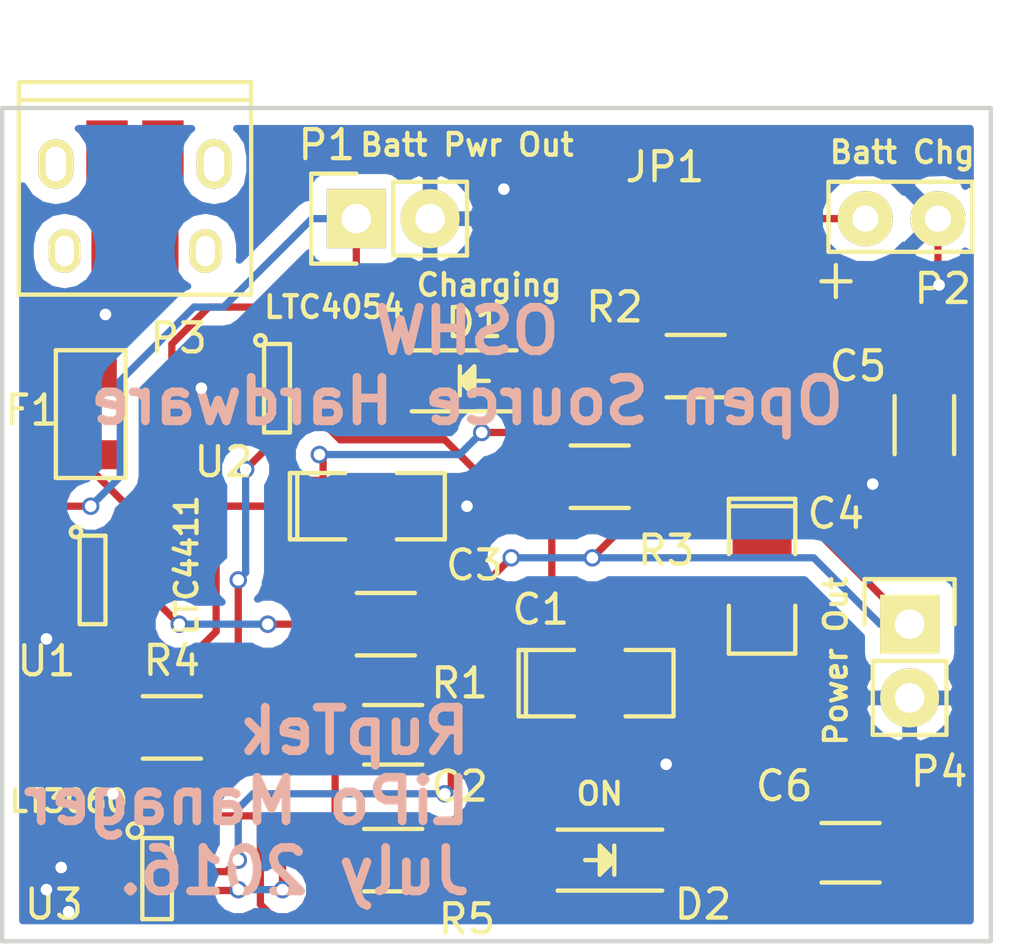
<source format=kicad_pcb>
(kicad_pcb (version 4) (host pcbnew 4.0.2-stable)

  (general
    (links 43)
    (no_connects 0)
    (area 117.692238 60.264 153.173 96.215)
    (thickness 1.6)
    (drawings 15)
    (tracks 189)
    (zones 0)
    (modules 22)
    (nets 15)
  )

  (page A4)
  (layers
    (0 F.Cu signal)
    (31 B.Cu signal)
    (32 B.Adhes user)
    (33 F.Adhes user)
    (34 B.Paste user)
    (35 F.Paste user)
    (36 B.SilkS user hide)
    (37 F.SilkS user)
    (38 B.Mask user)
    (39 F.Mask user)
    (40 Dwgs.User user)
    (41 Cmts.User user)
    (42 Eco1.User user)
    (43 Eco2.User user)
    (44 Edge.Cuts user)
    (45 Margin user)
    (46 B.CrtYd user)
    (47 F.CrtYd user hide)
    (48 B.Fab user)
    (49 F.Fab user)
  )

  (setup
    (last_trace_width 0.25)
    (trace_clearance 0.2)
    (zone_clearance 0.508)
    (zone_45_only yes)
    (trace_min 0.2)
    (segment_width 0.2)
    (edge_width 0.15)
    (via_size 0.6)
    (via_drill 0.4)
    (via_min_size 0.4)
    (via_min_drill 0.3)
    (uvia_size 0.3)
    (uvia_drill 0.1)
    (uvias_allowed no)
    (uvia_min_size 0.2)
    (uvia_min_drill 0.1)
    (pcb_text_width 0.3)
    (pcb_text_size 1.5 1.5)
    (mod_edge_width 0.15)
    (mod_text_size 1 1)
    (mod_text_width 0.15)
    (pad_size 1.524 1.524)
    (pad_drill 0.762)
    (pad_to_mask_clearance 0.2)
    (aux_axis_origin 117.856 92.964)
    (visible_elements 7FFFFFFF)
    (pcbplotparams
      (layerselection 0x010f0_80000001)
      (usegerberextensions true)
      (gerberprecision 5)
      (excludeedgelayer true)
      (linewidth 0.100000)
      (plotframeref false)
      (viasonmask false)
      (mode 1)
      (useauxorigin false)
      (hpglpennumber 1)
      (hpglpenspeed 20)
      (hpglpendiameter 15)
      (hpglpenoverlay 2)
      (psnegative false)
      (psa4output false)
      (plotreference true)
      (plotvalue true)
      (plotinvisibletext false)
      (padsonsilk false)
      (subtractmaskfromsilk true)
      (outputformat 1)
      (mirror false)
      (drillshape 0)
      (scaleselection 1)
      (outputdirectory Gerber/))
  )

  (net 0 "")
  (net 1 "Net-(C1-Pad1)")
  (net 2 GND)
  (net 3 VCC)
  (net 4 "Net-(C2-Pad2)")
  (net 5 "Net-(C3-Pad1)")
  (net 6 "Net-(C6-Pad1)")
  (net 7 "Net-(D1-Pad2)")
  (net 8 "Net-(D1-Pad1)")
  (net 9 "Net-(D2-Pad2)")
  (net 10 "Net-(F1-Pad1)")
  (net 11 "Net-(R1-Pad1)")
  (net 12 "Net-(R4-Pad2)")
  (net 13 "Net-(JP1-Pad1)")
  (net 14 "Net-(JP1-Pad2)")

  (net_class Default "This is the default net class."
    (clearance 0.2)
    (trace_width 0.25)
    (via_dia 0.6)
    (via_drill 0.4)
    (uvia_dia 0.3)
    (uvia_drill 0.1)
    (add_net GND)
    (add_net "Net-(C1-Pad1)")
    (add_net "Net-(C2-Pad2)")
    (add_net "Net-(C3-Pad1)")
    (add_net "Net-(C6-Pad1)")
    (add_net "Net-(D1-Pad1)")
    (add_net "Net-(D1-Pad2)")
    (add_net "Net-(D2-Pad2)")
    (add_net "Net-(F1-Pad1)")
    (add_net "Net-(JP1-Pad1)")
    (add_net "Net-(JP1-Pad2)")
    (add_net "Net-(R1-Pad1)")
    (add_net "Net-(R4-Pad2)")
    (add_net VCC)
  )

  (module SMD_Packages:SMD-1206_Pol (layer F.Cu) (tedit 0) (tstamp 577E42AC)
    (at 138.43 84.074)
    (path /577D5E6B)
    (attr smd)
    (fp_text reference C1 (at -2.032 -2.54) (layer F.SilkS)
      (effects (font (size 1 1) (thickness 0.15)))
    )
    (fp_text value 1uF (at 0 0) (layer F.Fab)
      (effects (font (size 1 1) (thickness 0.15)))
    )
    (fp_line (start -2.54 -1.143) (end -2.794 -1.143) (layer F.SilkS) (width 0.15))
    (fp_line (start -2.794 -1.143) (end -2.794 1.143) (layer F.SilkS) (width 0.15))
    (fp_line (start -2.794 1.143) (end -2.54 1.143) (layer F.SilkS) (width 0.15))
    (fp_line (start -2.54 -1.143) (end -2.54 1.143) (layer F.SilkS) (width 0.15))
    (fp_line (start -2.54 1.143) (end -0.889 1.143) (layer F.SilkS) (width 0.15))
    (fp_line (start 0.889 -1.143) (end 2.54 -1.143) (layer F.SilkS) (width 0.15))
    (fp_line (start 2.54 -1.143) (end 2.54 1.143) (layer F.SilkS) (width 0.15))
    (fp_line (start 2.54 1.143) (end 0.889 1.143) (layer F.SilkS) (width 0.15))
    (fp_line (start -0.889 -1.143) (end -2.54 -1.143) (layer F.SilkS) (width 0.15))
    (pad 1 smd rect (at -1.651 0) (size 1.524 2.032) (layers F.Cu F.Paste F.Mask)
      (net 1 "Net-(C1-Pad1)"))
    (pad 2 smd rect (at 1.651 0) (size 1.524 2.032) (layers F.Cu F.Paste F.Mask)
      (net 2 GND))
    (model SMD_Packages.3dshapes/SMD-1206_Pol.wrl
      (at (xyz 0 0 0))
      (scale (xyz 0.17 0.16 0.16))
      (rotate (xyz 0 0 0))
    )
  )

  (module Capacitors_SMD:C_1206_HandSoldering (layer F.Cu) (tedit 541A9C03) (tstamp 577E42B2)
    (at 131.318 85.852)
    (descr "Capacitor SMD 1206, hand soldering")
    (tags "capacitor 1206")
    (path /577D5FB2)
    (attr smd)
    (fp_text reference C2 (at 2.286 1.778) (layer F.SilkS)
      (effects (font (size 1 1) (thickness 0.15)))
    )
    (fp_text value 10nF (at 0 2.3) (layer F.Fab)
      (effects (font (size 1 1) (thickness 0.15)))
    )
    (fp_line (start -3.3 -1.15) (end 3.3 -1.15) (layer F.CrtYd) (width 0.05))
    (fp_line (start -3.3 1.15) (end 3.3 1.15) (layer F.CrtYd) (width 0.05))
    (fp_line (start -3.3 -1.15) (end -3.3 1.15) (layer F.CrtYd) (width 0.05))
    (fp_line (start 3.3 -1.15) (end 3.3 1.15) (layer F.CrtYd) (width 0.05))
    (fp_line (start 1 -1.025) (end -1 -1.025) (layer F.SilkS) (width 0.15))
    (fp_line (start -1 1.025) (end 1 1.025) (layer F.SilkS) (width 0.15))
    (pad 1 smd rect (at -2 0) (size 2 1.6) (layers F.Cu F.Paste F.Mask)
      (net 3 VCC))
    (pad 2 smd rect (at 2 0) (size 2 1.6) (layers F.Cu F.Paste F.Mask)
      (net 4 "Net-(C2-Pad2)"))
    (model Capacitors_SMD.3dshapes/C_1206_HandSoldering.wrl
      (at (xyz 0 0 0))
      (scale (xyz 1 1 1))
      (rotate (xyz 0 0 0))
    )
  )

  (module SMD_Packages:SMD-1206_Pol (layer F.Cu) (tedit 0) (tstamp 577E42B8)
    (at 130.556 77.978)
    (path /577D5C72)
    (attr smd)
    (fp_text reference C3 (at 3.556 2.032) (layer F.SilkS)
      (effects (font (size 1 1) (thickness 0.15)))
    )
    (fp_text value 4.7uF (at 0 0) (layer F.Fab)
      (effects (font (size 1 1) (thickness 0.15)))
    )
    (fp_line (start -2.54 -1.143) (end -2.794 -1.143) (layer F.SilkS) (width 0.15))
    (fp_line (start -2.794 -1.143) (end -2.794 1.143) (layer F.SilkS) (width 0.15))
    (fp_line (start -2.794 1.143) (end -2.54 1.143) (layer F.SilkS) (width 0.15))
    (fp_line (start -2.54 -1.143) (end -2.54 1.143) (layer F.SilkS) (width 0.15))
    (fp_line (start -2.54 1.143) (end -0.889 1.143) (layer F.SilkS) (width 0.15))
    (fp_line (start 0.889 -1.143) (end 2.54 -1.143) (layer F.SilkS) (width 0.15))
    (fp_line (start 2.54 -1.143) (end 2.54 1.143) (layer F.SilkS) (width 0.15))
    (fp_line (start 2.54 1.143) (end 0.889 1.143) (layer F.SilkS) (width 0.15))
    (fp_line (start -0.889 -1.143) (end -2.54 -1.143) (layer F.SilkS) (width 0.15))
    (pad 1 smd rect (at -1.651 0) (size 1.524 2.032) (layers F.Cu F.Paste F.Mask)
      (net 5 "Net-(C3-Pad1)"))
    (pad 2 smd rect (at 1.651 0) (size 1.524 2.032) (layers F.Cu F.Paste F.Mask)
      (net 2 GND))
    (model SMD_Packages.3dshapes/SMD-1206_Pol.wrl
      (at (xyz 0 0 0))
      (scale (xyz 0.17 0.16 0.16))
      (rotate (xyz 0 0 0))
    )
  )

  (module SMD_Packages:SMD-1206_Pol (layer F.Cu) (tedit 0) (tstamp 577E42BE)
    (at 144.018 80.518 270)
    (path /577D5EAC)
    (attr smd)
    (fp_text reference C4 (at -2.286 -2.54 360) (layer F.SilkS)
      (effects (font (size 1 1) (thickness 0.15)))
    )
    (fp_text value 10uF (at 0 0 270) (layer F.Fab)
      (effects (font (size 1 1) (thickness 0.15)))
    )
    (fp_line (start -2.54 -1.143) (end -2.794 -1.143) (layer F.SilkS) (width 0.15))
    (fp_line (start -2.794 -1.143) (end -2.794 1.143) (layer F.SilkS) (width 0.15))
    (fp_line (start -2.794 1.143) (end -2.54 1.143) (layer F.SilkS) (width 0.15))
    (fp_line (start -2.54 -1.143) (end -2.54 1.143) (layer F.SilkS) (width 0.15))
    (fp_line (start -2.54 1.143) (end -0.889 1.143) (layer F.SilkS) (width 0.15))
    (fp_line (start 0.889 -1.143) (end 2.54 -1.143) (layer F.SilkS) (width 0.15))
    (fp_line (start 2.54 -1.143) (end 2.54 1.143) (layer F.SilkS) (width 0.15))
    (fp_line (start 2.54 1.143) (end 0.889 1.143) (layer F.SilkS) (width 0.15))
    (fp_line (start -0.889 -1.143) (end -2.54 -1.143) (layer F.SilkS) (width 0.15))
    (pad 1 smd rect (at -1.651 0 270) (size 1.524 2.032) (layers F.Cu F.Paste F.Mask)
      (net 3 VCC))
    (pad 2 smd rect (at 1.651 0 270) (size 1.524 2.032) (layers F.Cu F.Paste F.Mask)
      (net 2 GND))
    (model SMD_Packages.3dshapes/SMD-1206_Pol.wrl
      (at (xyz 0 0 0))
      (scale (xyz 0.17 0.16 0.16))
      (rotate (xyz 0 0 0))
    )
  )

  (module Capacitors_SMD:C_1206_HandSoldering (layer F.Cu) (tedit 541A9C03) (tstamp 577E42C4)
    (at 149.606 75.184 270)
    (descr "Capacitor SMD 1206, hand soldering")
    (tags "capacitor 1206")
    (path /577D6049)
    (attr smd)
    (fp_text reference C5 (at -2.032 2.286 360) (layer F.SilkS)
      (effects (font (size 1 1) (thickness 0.15)))
    )
    (fp_text value 100nF (at 0 2.3 270) (layer F.Fab)
      (effects (font (size 1 1) (thickness 0.15)))
    )
    (fp_line (start -3.3 -1.15) (end 3.3 -1.15) (layer F.CrtYd) (width 0.05))
    (fp_line (start -3.3 1.15) (end 3.3 1.15) (layer F.CrtYd) (width 0.05))
    (fp_line (start -3.3 -1.15) (end -3.3 1.15) (layer F.CrtYd) (width 0.05))
    (fp_line (start 3.3 -1.15) (end 3.3 1.15) (layer F.CrtYd) (width 0.05))
    (fp_line (start 1 -1.025) (end -1 -1.025) (layer F.SilkS) (width 0.15))
    (fp_line (start -1 1.025) (end 1 1.025) (layer F.SilkS) (width 0.15))
    (pad 1 smd rect (at -2 0 270) (size 2 1.6) (layers F.Cu F.Paste F.Mask)
      (net 3 VCC))
    (pad 2 smd rect (at 2 0 270) (size 2 1.6) (layers F.Cu F.Paste F.Mask)
      (net 2 GND))
    (model Capacitors_SMD.3dshapes/C_1206_HandSoldering.wrl
      (at (xyz 0 0 0))
      (scale (xyz 1 1 1))
      (rotate (xyz 0 0 0))
    )
  )

  (module Capacitors_SMD:C_1206_HandSoldering (layer F.Cu) (tedit 541A9C03) (tstamp 577E42CA)
    (at 147.066 89.916)
    (descr "Capacitor SMD 1206, hand soldering")
    (tags "capacitor 1206")
    (path /577D6A36)
    (attr smd)
    (fp_text reference C6 (at -2.286 -2.3) (layer F.SilkS)
      (effects (font (size 1 1) (thickness 0.15)))
    )
    (fp_text value 10nF (at 0 2.3) (layer F.Fab)
      (effects (font (size 1 1) (thickness 0.15)))
    )
    (fp_line (start -3.3 -1.15) (end 3.3 -1.15) (layer F.CrtYd) (width 0.05))
    (fp_line (start -3.3 1.15) (end 3.3 1.15) (layer F.CrtYd) (width 0.05))
    (fp_line (start -3.3 -1.15) (end -3.3 1.15) (layer F.CrtYd) (width 0.05))
    (fp_line (start 3.3 -1.15) (end 3.3 1.15) (layer F.CrtYd) (width 0.05))
    (fp_line (start 1 -1.025) (end -1 -1.025) (layer F.SilkS) (width 0.15))
    (fp_line (start -1 1.025) (end 1 1.025) (layer F.SilkS) (width 0.15))
    (pad 1 smd rect (at -2 0) (size 2 1.6) (layers F.Cu F.Paste F.Mask)
      (net 6 "Net-(C6-Pad1)"))
    (pad 2 smd rect (at 2 0) (size 2 1.6) (layers F.Cu F.Paste F.Mask)
      (net 2 GND))
    (model Capacitors_SMD.3dshapes/C_1206_HandSoldering.wrl
      (at (xyz 0 0 0))
      (scale (xyz 1 1 1))
      (rotate (xyz 0 0 0))
    )
  )

  (module LEDs:LED_1206 (layer F.Cu) (tedit 55BDE2E8) (tstamp 577E42D0)
    (at 134.112 73.66)
    (descr "LED 1206 smd package")
    (tags "LED1206 SMD")
    (path /577D83EA)
    (attr smd)
    (fp_text reference D1 (at 0 -2) (layer F.SilkS)
      (effects (font (size 1 1) (thickness 0.15)))
    )
    (fp_text value LED (at 0 2) (layer F.Fab)
      (effects (font (size 1 1) (thickness 0.15)))
    )
    (fp_line (start -2.15 1.05) (end 1.45 1.05) (layer F.SilkS) (width 0.15))
    (fp_line (start -2.15 -1.05) (end 1.45 -1.05) (layer F.SilkS) (width 0.15))
    (fp_line (start -0.1 -0.3) (end -0.1 0.3) (layer F.SilkS) (width 0.15))
    (fp_line (start -0.1 0.3) (end -0.4 0) (layer F.SilkS) (width 0.15))
    (fp_line (start -0.4 0) (end -0.2 -0.2) (layer F.SilkS) (width 0.15))
    (fp_line (start -0.2 -0.2) (end -0.2 0.05) (layer F.SilkS) (width 0.15))
    (fp_line (start -0.2 0.05) (end -0.25 0) (layer F.SilkS) (width 0.15))
    (fp_line (start -0.5 -0.5) (end -0.5 0.5) (layer F.SilkS) (width 0.15))
    (fp_line (start 0 0) (end 0.5 0) (layer F.SilkS) (width 0.15))
    (fp_line (start -0.5 0) (end 0 -0.5) (layer F.SilkS) (width 0.15))
    (fp_line (start 0 -0.5) (end 0 0.5) (layer F.SilkS) (width 0.15))
    (fp_line (start 0 0.5) (end -0.5 0) (layer F.SilkS) (width 0.15))
    (fp_line (start 2.5 -1.25) (end -2.5 -1.25) (layer F.CrtYd) (width 0.05))
    (fp_line (start -2.5 -1.25) (end -2.5 1.25) (layer F.CrtYd) (width 0.05))
    (fp_line (start -2.5 1.25) (end 2.5 1.25) (layer F.CrtYd) (width 0.05))
    (fp_line (start 2.5 1.25) (end 2.5 -1.25) (layer F.CrtYd) (width 0.05))
    (pad 2 smd rect (at 1.41986 0 180) (size 1.59766 1.80086) (layers F.Cu F.Paste F.Mask)
      (net 7 "Net-(D1-Pad2)"))
    (pad 1 smd rect (at -1.41986 0 180) (size 1.59766 1.80086) (layers F.Cu F.Paste F.Mask)
      (net 8 "Net-(D1-Pad1)"))
    (model LEDs.3dshapes/LED_1206.wrl
      (at (xyz 0 0 0))
      (scale (xyz 1 1 1))
      (rotate (xyz 0 0 180))
    )
  )

  (module LEDs:LED_1206 (layer F.Cu) (tedit 55BDE2E8) (tstamp 577E42D6)
    (at 138.43 90.17 180)
    (descr "LED 1206 smd package")
    (tags "LED1206 SMD")
    (path /577D9B3B)
    (attr smd)
    (fp_text reference D2 (at -3.556 -1.524 180) (layer F.SilkS)
      (effects (font (size 1 1) (thickness 0.15)))
    )
    (fp_text value LED (at 0 2 180) (layer F.Fab)
      (effects (font (size 1 1) (thickness 0.15)))
    )
    (fp_line (start -2.15 1.05) (end 1.45 1.05) (layer F.SilkS) (width 0.15))
    (fp_line (start -2.15 -1.05) (end 1.45 -1.05) (layer F.SilkS) (width 0.15))
    (fp_line (start -0.1 -0.3) (end -0.1 0.3) (layer F.SilkS) (width 0.15))
    (fp_line (start -0.1 0.3) (end -0.4 0) (layer F.SilkS) (width 0.15))
    (fp_line (start -0.4 0) (end -0.2 -0.2) (layer F.SilkS) (width 0.15))
    (fp_line (start -0.2 -0.2) (end -0.2 0.05) (layer F.SilkS) (width 0.15))
    (fp_line (start -0.2 0.05) (end -0.25 0) (layer F.SilkS) (width 0.15))
    (fp_line (start -0.5 -0.5) (end -0.5 0.5) (layer F.SilkS) (width 0.15))
    (fp_line (start 0 0) (end 0.5 0) (layer F.SilkS) (width 0.15))
    (fp_line (start -0.5 0) (end 0 -0.5) (layer F.SilkS) (width 0.15))
    (fp_line (start 0 -0.5) (end 0 0.5) (layer F.SilkS) (width 0.15))
    (fp_line (start 0 0.5) (end -0.5 0) (layer F.SilkS) (width 0.15))
    (fp_line (start 2.5 -1.25) (end -2.5 -1.25) (layer F.CrtYd) (width 0.05))
    (fp_line (start -2.5 -1.25) (end -2.5 1.25) (layer F.CrtYd) (width 0.05))
    (fp_line (start -2.5 1.25) (end 2.5 1.25) (layer F.CrtYd) (width 0.05))
    (fp_line (start 2.5 1.25) (end 2.5 -1.25) (layer F.CrtYd) (width 0.05))
    (pad 2 smd rect (at 1.41986 0) (size 1.59766 1.80086) (layers F.Cu F.Paste F.Mask)
      (net 9 "Net-(D2-Pad2)"))
    (pad 1 smd rect (at -1.41986 0) (size 1.59766 1.80086) (layers F.Cu F.Paste F.Mask)
      (net 2 GND))
    (model LEDs.3dshapes/LED_1206.wrl
      (at (xyz 0 0 0))
      (scale (xyz 1 1 1))
      (rotate (xyz 0 0 180))
    )
  )

  (module NR_Footprints:Polyfuse_Littelfuse_1206L025 (layer F.Cu) (tedit 577E419C) (tstamp 577E42E0)
    (at 120.904 73.406 270)
    (path /577D5626)
    (fp_text reference F1 (at 1.27 2.032 360) (layer F.SilkS)
      (effects (font (size 1 1) (thickness 0.15)))
    )
    (fp_text value 1206L025 (at 1.8 -2 270) (layer F.Fab) hide
      (effects (font (size 1 1) (thickness 0.15)))
    )
    (fp_line (start -0.8 -1.2) (end 3.6 -1.2) (layer F.SilkS) (width 0.15))
    (fp_line (start 3.6 -1.2) (end 3.6 1.2) (layer F.SilkS) (width 0.15))
    (fp_line (start 3.6 1.2) (end -0.8 1.2) (layer F.SilkS) (width 0.15))
    (fp_line (start -0.8 1.2) (end -0.8 -1.2) (layer F.SilkS) (width 0.15))
    (pad 1 smd rect (at 0 0 270) (size 1 1.8) (layers F.Cu F.Paste F.Mask)
      (net 10 "Net-(F1-Pad1)"))
    (pad 2 smd rect (at 2.8 0 270) (size 1 1.8) (layers F.Cu F.Paste F.Mask)
      (net 5 "Net-(C3-Pad1)"))
  )

  (module Socket_Strips:Socket_Strip_Straight_1x02 (layer F.Cu) (tedit 54E9F75E) (tstamp 577E42E6)
    (at 130.048 68.072)
    (descr "Through hole socket strip")
    (tags "socket strip")
    (path /577D5701)
    (fp_text reference P1 (at -1.016 -2.54) (layer F.SilkS)
      (effects (font (size 1 1) (thickness 0.15)))
    )
    (fp_text value "Batt Pwr" (at 0 -3.1) (layer F.Fab)
      (effects (font (size 1 1) (thickness 0.15)))
    )
    (fp_line (start -1.55 1.55) (end 0 1.55) (layer F.SilkS) (width 0.15))
    (fp_line (start 3.81 1.27) (end 1.27 1.27) (layer F.SilkS) (width 0.15))
    (fp_line (start -1.75 -1.75) (end -1.75 1.75) (layer F.CrtYd) (width 0.05))
    (fp_line (start 4.3 -1.75) (end 4.3 1.75) (layer F.CrtYd) (width 0.05))
    (fp_line (start -1.75 -1.75) (end 4.3 -1.75) (layer F.CrtYd) (width 0.05))
    (fp_line (start -1.75 1.75) (end 4.3 1.75) (layer F.CrtYd) (width 0.05))
    (fp_line (start 1.27 1.27) (end 1.27 -1.27) (layer F.SilkS) (width 0.15))
    (fp_line (start 0 -1.55) (end -1.55 -1.55) (layer F.SilkS) (width 0.15))
    (fp_line (start -1.55 -1.55) (end -1.55 1.55) (layer F.SilkS) (width 0.15))
    (fp_line (start 1.27 -1.27) (end 3.81 -1.27) (layer F.SilkS) (width 0.15))
    (fp_line (start 3.81 -1.27) (end 3.81 1.27) (layer F.SilkS) (width 0.15))
    (pad 1 thru_hole rect (at 0 0) (size 2.032 2.032) (drill 1.016) (layers *.Cu *.Mask F.SilkS)
      (net 13 "Net-(JP1-Pad1)"))
    (pad 2 thru_hole oval (at 2.54 0) (size 2.032 2.032) (drill 1.016) (layers *.Cu *.Mask F.SilkS)
      (net 2 GND))
    (model Socket_Strips.3dshapes/Socket_Strip_Straight_1x02.wrl
      (at (xyz 0.05 0 0))
      (scale (xyz 1 1 1))
      (rotate (xyz 0 0 180))
    )
  )

  (module Resistors_SMD:R_1206_HandSoldering (layer F.Cu) (tedit 5418A20D) (tstamp 577E4301)
    (at 131.064 82.042)
    (descr "Resistor SMD 1206, hand soldering")
    (tags "resistor 1206")
    (path /577D7FFC)
    (attr smd)
    (fp_text reference R1 (at 2.54 2.032) (layer F.SilkS)
      (effects (font (size 1 1) (thickness 0.15)))
    )
    (fp_text value 470K (at 0 2.3) (layer F.Fab)
      (effects (font (size 1 1) (thickness 0.15)))
    )
    (fp_line (start -3.3 -1.2) (end 3.3 -1.2) (layer F.CrtYd) (width 0.05))
    (fp_line (start -3.3 1.2) (end 3.3 1.2) (layer F.CrtYd) (width 0.05))
    (fp_line (start -3.3 -1.2) (end -3.3 1.2) (layer F.CrtYd) (width 0.05))
    (fp_line (start 3.3 -1.2) (end 3.3 1.2) (layer F.CrtYd) (width 0.05))
    (fp_line (start 1 1.075) (end -1 1.075) (layer F.SilkS) (width 0.15))
    (fp_line (start -1 -1.075) (end 1 -1.075) (layer F.SilkS) (width 0.15))
    (pad 1 smd rect (at -2 0) (size 2 1.7) (layers F.Cu F.Paste F.Mask)
      (net 11 "Net-(R1-Pad1)"))
    (pad 2 smd rect (at 2 0) (size 2 1.7) (layers F.Cu F.Paste F.Mask)
      (net 3 VCC))
    (model Resistors_SMD.3dshapes/R_1206_HandSoldering.wrl
      (at (xyz 0 0 0))
      (scale (xyz 1 1 1))
      (rotate (xyz 0 0 0))
    )
  )

  (module Resistors_SMD:R_1206_HandSoldering (layer F.Cu) (tedit 5418A20D) (tstamp 577E4307)
    (at 141.732 73.152)
    (descr "Resistor SMD 1206, hand soldering")
    (tags "resistor 1206")
    (path /577D832C)
    (attr smd)
    (fp_text reference R2 (at -2.794 -2.032) (layer F.SilkS)
      (effects (font (size 1 1) (thickness 0.15)))
    )
    (fp_text value 3K3 (at 0 2.3) (layer F.Fab)
      (effects (font (size 1 1) (thickness 0.15)))
    )
    (fp_line (start -3.3 -1.2) (end 3.3 -1.2) (layer F.CrtYd) (width 0.05))
    (fp_line (start -3.3 1.2) (end 3.3 1.2) (layer F.CrtYd) (width 0.05))
    (fp_line (start -3.3 -1.2) (end -3.3 1.2) (layer F.CrtYd) (width 0.05))
    (fp_line (start 3.3 -1.2) (end 3.3 1.2) (layer F.CrtYd) (width 0.05))
    (fp_line (start 1 1.075) (end -1 1.075) (layer F.SilkS) (width 0.15))
    (fp_line (start -1 -1.075) (end 1 -1.075) (layer F.SilkS) (width 0.15))
    (pad 1 smd rect (at -2 0) (size 2 1.7) (layers F.Cu F.Paste F.Mask)
      (net 7 "Net-(D1-Pad2)"))
    (pad 2 smd rect (at 2 0) (size 2 1.7) (layers F.Cu F.Paste F.Mask)
      (net 3 VCC))
    (model Resistors_SMD.3dshapes/R_1206_HandSoldering.wrl
      (at (xyz 0 0 0))
      (scale (xyz 1 1 1))
      (rotate (xyz 0 0 0))
    )
  )

  (module Resistors_SMD:R_1206_HandSoldering (layer F.Cu) (tedit 5418A20D) (tstamp 577E430D)
    (at 138.43 76.962)
    (descr "Resistor SMD 1206, hand soldering")
    (tags "resistor 1206")
    (path /577D6691)
    (attr smd)
    (fp_text reference R3 (at 2.286 2.54) (layer F.SilkS)
      (effects (font (size 1 1) (thickness 0.15)))
    )
    (fp_text value 0.25R (at 0 2.3) (layer F.Fab)
      (effects (font (size 1 1) (thickness 0.15)))
    )
    (fp_line (start -3.3 -1.2) (end 3.3 -1.2) (layer F.CrtYd) (width 0.05))
    (fp_line (start -3.3 1.2) (end 3.3 1.2) (layer F.CrtYd) (width 0.05))
    (fp_line (start -3.3 -1.2) (end -3.3 1.2) (layer F.CrtYd) (width 0.05))
    (fp_line (start 3.3 -1.2) (end 3.3 1.2) (layer F.CrtYd) (width 0.05))
    (fp_line (start 1 1.075) (end -1 1.075) (layer F.SilkS) (width 0.15))
    (fp_line (start -1 -1.075) (end 1 -1.075) (layer F.SilkS) (width 0.15))
    (pad 1 smd rect (at -2 0) (size 2 1.7) (layers F.Cu F.Paste F.Mask)
      (net 1 "Net-(C1-Pad1)"))
    (pad 2 smd rect (at 2 0) (size 2 1.7) (layers F.Cu F.Paste F.Mask)
      (net 5 "Net-(C3-Pad1)"))
    (model Resistors_SMD.3dshapes/R_1206_HandSoldering.wrl
      (at (xyz 0 0 0))
      (scale (xyz 1 1 1))
      (rotate (xyz 0 0 0))
    )
  )

  (module Resistors_SMD:R_1206_HandSoldering (layer F.Cu) (tedit 5418A20D) (tstamp 577E4313)
    (at 123.698 85.598)
    (descr "Resistor SMD 1206, hand soldering")
    (tags "resistor 1206")
    (path /577D91DA)
    (attr smd)
    (fp_text reference R4 (at 0 -2.3) (layer F.SilkS)
      (effects (font (size 1 1) (thickness 0.15)))
    )
    (fp_text value 10K (at 0 2.3) (layer F.Fab)
      (effects (font (size 1 1) (thickness 0.15)))
    )
    (fp_line (start -3.3 -1.2) (end 3.3 -1.2) (layer F.CrtYd) (width 0.05))
    (fp_line (start -3.3 1.2) (end 3.3 1.2) (layer F.CrtYd) (width 0.05))
    (fp_line (start -3.3 -1.2) (end -3.3 1.2) (layer F.CrtYd) (width 0.05))
    (fp_line (start 3.3 -1.2) (end 3.3 1.2) (layer F.CrtYd) (width 0.05))
    (fp_line (start 1 1.075) (end -1 1.075) (layer F.SilkS) (width 0.15))
    (fp_line (start -1 -1.075) (end 1 -1.075) (layer F.SilkS) (width 0.15))
    (pad 1 smd rect (at -2 0) (size 2 1.7) (layers F.Cu F.Paste F.Mask)
      (net 2 GND))
    (pad 2 smd rect (at 2 0) (size 2 1.7) (layers F.Cu F.Paste F.Mask)
      (net 12 "Net-(R4-Pad2)"))
    (model Resistors_SMD.3dshapes/R_1206_HandSoldering.wrl
      (at (xyz 0 0 0))
      (scale (xyz 1 1 1))
      (rotate (xyz 0 0 0))
    )
  )

  (module Resistors_SMD:R_1206_HandSoldering (layer F.Cu) (tedit 5418A20D) (tstamp 577E4319)
    (at 131.318 90.17 180)
    (descr "Resistor SMD 1206, hand soldering")
    (tags "resistor 1206")
    (path /577D9A94)
    (attr smd)
    (fp_text reference R5 (at -2.54 -2.032 180) (layer F.SilkS)
      (effects (font (size 1 1) (thickness 0.15)))
    )
    (fp_text value 3K3 (at 0 2.3 180) (layer F.Fab)
      (effects (font (size 1 1) (thickness 0.15)))
    )
    (fp_line (start -3.3 -1.2) (end 3.3 -1.2) (layer F.CrtYd) (width 0.05))
    (fp_line (start -3.3 1.2) (end 3.3 1.2) (layer F.CrtYd) (width 0.05))
    (fp_line (start -3.3 -1.2) (end -3.3 1.2) (layer F.CrtYd) (width 0.05))
    (fp_line (start 3.3 -1.2) (end 3.3 1.2) (layer F.CrtYd) (width 0.05))
    (fp_line (start 1 1.075) (end -1 1.075) (layer F.SilkS) (width 0.15))
    (fp_line (start -1 -1.075) (end 1 -1.075) (layer F.SilkS) (width 0.15))
    (pad 1 smd rect (at -2 0 180) (size 2 1.7) (layers F.Cu F.Paste F.Mask)
      (net 9 "Net-(D2-Pad2)"))
    (pad 2 smd rect (at 2 0 180) (size 2 1.7) (layers F.Cu F.Paste F.Mask)
      (net 3 VCC))
    (model Resistors_SMD.3dshapes/R_1206_HandSoldering.wrl
      (at (xyz 0 0 0))
      (scale (xyz 1 1 1))
      (rotate (xyz 0 0 0))
    )
  )

  (module NR_Footprints:SOT23_5pins_LTC (layer F.Cu) (tedit 577E22BA) (tstamp 577E4327)
    (at 119.634 79.502 270)
    (path /577DE896)
    (fp_text reference U1 (at 3.81 0.254 360) (layer F.SilkS)
      (effects (font (size 1 1) (thickness 0.15)))
    )
    (fp_text value LTC4411 (at 0.889 -4.445 270) (layer F.Fab) hide
      (effects (font (size 1 1) (thickness 0.15)))
    )
    (fp_line (start -0.508 -1.778) (end -0.508 -0.889) (layer F.SilkS) (width 0.15))
    (fp_line (start 2.54 -1.778) (end 2.54 -0.889) (layer F.SilkS) (width 0.15))
    (fp_circle (center -0.635 -0.762) (end -0.508 -0.635) (layer F.SilkS) (width 0.15))
    (fp_line (start -0.508 -1.778) (end 2.54 -1.778) (layer F.SilkS) (width 0.15))
    (fp_line (start 2.54 -0.889) (end -0.508 -0.889) (layer F.SilkS) (width 0.15))
    (pad 1 smd rect (at 0 0 270) (size 0.62 1.22) (layers F.Cu F.Paste F.Mask)
      (net 13 "Net-(JP1-Pad1)"))
    (pad 2 smd rect (at 0.95 0 270) (size 0.62 1.22) (layers F.Cu F.Paste F.Mask)
      (net 2 GND))
    (pad 3 smd rect (at 1.9 0 270) (size 0.62 1.22) (layers F.Cu F.Paste F.Mask)
      (net 2 GND))
    (pad 4 smd rect (at 1.9 -2.62 270) (size 0.62 1.22) (layers F.Cu F.Paste F.Mask)
      (net 11 "Net-(R1-Pad1)"))
    (pad 5 smd rect (at 0 -2.62 270) (size 0.62 1.22) (layers F.Cu F.Paste F.Mask)
      (net 5 "Net-(C3-Pad1)"))
  )

  (module NR_Footprints:SOT23_5pins_LTC (layer F.Cu) (tedit 577E22BA) (tstamp 577E4335)
    (at 125.984 72.898 270)
    (path /577DED71)
    (fp_text reference U2 (at 3.556 0.508 360) (layer F.SilkS)
      (effects (font (size 1 1) (thickness 0.15)))
    )
    (fp_text value LTC4054-4.2 (at 0.889 -4.445 270) (layer F.Fab) hide
      (effects (font (size 1 1) (thickness 0.15)))
    )
    (fp_line (start -0.508 -1.778) (end -0.508 -0.889) (layer F.SilkS) (width 0.15))
    (fp_line (start 2.54 -1.778) (end 2.54 -0.889) (layer F.SilkS) (width 0.15))
    (fp_circle (center -0.635 -0.762) (end -0.508 -0.635) (layer F.SilkS) (width 0.15))
    (fp_line (start -0.508 -1.778) (end 2.54 -1.778) (layer F.SilkS) (width 0.15))
    (fp_line (start 2.54 -0.889) (end -0.508 -0.889) (layer F.SilkS) (width 0.15))
    (pad 1 smd rect (at 0 0 270) (size 0.62 1.22) (layers F.Cu F.Paste F.Mask)
      (net 8 "Net-(D1-Pad1)"))
    (pad 2 smd rect (at 0.95 0 270) (size 0.62 1.22) (layers F.Cu F.Paste F.Mask)
      (net 2 GND))
    (pad 3 smd rect (at 1.9 0 270) (size 0.62 1.22) (layers F.Cu F.Paste F.Mask)
      (net 14 "Net-(JP1-Pad2)"))
    (pad 4 smd rect (at 1.9 -2.62 270) (size 0.62 1.22) (layers F.Cu F.Paste F.Mask)
      (net 1 "Net-(C1-Pad1)"))
    (pad 5 smd rect (at 0 -2.62 270) (size 0.62 1.22) (layers F.Cu F.Paste F.Mask)
      (net 12 "Net-(R4-Pad2)"))
  )

  (module NR_Footprints:TSOT-23_8_pins_LT (layer F.Cu) (tedit 577E3EF7) (tstamp 577E4346)
    (at 121.92 89.916 270)
    (path /577D4F58)
    (fp_text reference U3 (at 1.778 2.286 360) (layer F.SilkS)
      (effects (font (size 1 1) (thickness 0.15)))
    )
    (fp_text value LT3060-3.3 (at 1.524 -4.318 270) (layer F.Fab) hide
      (effects (font (size 1 1) (thickness 0.15)))
    )
    (fp_circle (center -0.762 -0.508) (end -0.762 -0.762) (layer F.SilkS) (width 0.15))
    (fp_line (start -0.508 -1.778) (end 2.286 -1.778) (layer F.SilkS) (width 0.15))
    (fp_line (start 2.286 -1.778) (end 2.286 -0.762) (layer F.SilkS) (width 0.15))
    (fp_line (start 2.286 -0.762) (end -0.508 -0.762) (layer F.SilkS) (width 0.15))
    (fp_line (start -0.508 -0.762) (end -0.508 -1.778) (layer F.SilkS) (width 0.15))
    (pad 1 smd rect (at 0 0 270) (size 0.4 1.22) (layers F.Cu F.Paste F.Mask)
      (net 5 "Net-(C3-Pad1)"))
    (pad 2 smd rect (at 0.65 0 270) (size 0.4 1.22) (layers F.Cu F.Paste F.Mask)
      (net 2 GND))
    (pad 3 smd rect (at 1.3 0 270) (size 0.4 1.22) (layers F.Cu F.Paste F.Mask)
      (net 2 GND))
    (pad 4 smd rect (at 1.95 0 270) (size 0.4 1.22) (layers F.Cu F.Paste F.Mask)
      (net 2 GND))
    (pad 5 smd rect (at 1.95 -2.62 270) (size 0.4 1.22) (layers F.Cu F.Paste F.Mask)
      (net 5 "Net-(C3-Pad1)"))
    (pad 6 smd rect (at 1.3 -2.62 270) (size 0.4 1.22) (layers F.Cu F.Paste F.Mask)
      (net 3 VCC))
    (pad 7 smd rect (at 0.65 -2.62 270) (size 0.4 1.22) (layers F.Cu F.Paste F.Mask)
      (net 4 "Net-(C2-Pad2)"))
    (pad 8 smd rect (at 0 -2.62 270) (size 0.4 1.22) (layers F.Cu F.Paste F.Mask)
      (net 6 "Net-(C6-Pad1)"))
  )

  (module Oddities:NetTie-I_SMD (layer F.Cu) (tedit 0) (tstamp 577E6F61)
    (at 140.716 68.072)
    (descr "Just a \"Net tie\" as an more or less elegant way to connect two different nets without disturbing ERC and DRC. Make connection between 1 and 2 by yourself.")
    (tags "Just a \"Net tie\" as an more or less elegant way to connect two different nets without disturbing ERC and DRC. Make connection between 1 and 2 by yourself.")
    (path /577E629C)
    (fp_text reference JP1 (at -0.04064 -1.778) (layer F.SilkS)
      (effects (font (size 1 1) (thickness 0.15)))
    )
    (fp_text value Jumper_NO_Small (at 0 -3.048) (layer F.Fab)
      (effects (font (size 1 1) (thickness 0.15)))
    )
    (pad 1 smd rect (at -2.54 0) (size 1.99898 1.99898) (layers F.Cu F.Paste F.Mask)
      (net 13 "Net-(JP1-Pad1)"))
    (pad 2 smd rect (at 2.54 0) (size 1.99898 1.99898) (layers F.Cu F.Paste F.Mask)
      (net 14 "Net-(JP1-Pad2)"))
  )

  (module NR_Footprints:JST_2pin_Male_LiPo (layer F.Cu) (tedit 577E6CB3) (tstamp 577E6F62)
    (at 147.574 68.072)
    (path /577E60F2)
    (fp_text reference P2 (at 2.667 2.413) (layer F.SilkS)
      (effects (font (size 1 1) (thickness 0.15)))
    )
    (fp_text value "Batt Chg" (at 1.397 -2.032) (layer F.Fab) hide
      (effects (font (size 1 1) (thickness 0.15)))
    )
    (fp_line (start -1.016 -1.27) (end -1.27 -1.27) (layer F.SilkS) (width 0.15))
    (fp_line (start -1.27 -1.27) (end -1.27 1.143) (layer F.SilkS) (width 0.15))
    (fp_line (start -1.27 1.143) (end -1.143 1.143) (layer F.SilkS) (width 0.15))
    (fp_line (start 3.429 -1.27) (end 3.683 -1.27) (layer F.SilkS) (width 0.15))
    (fp_line (start 3.683 -1.27) (end 3.683 1.143) (layer F.SilkS) (width 0.15))
    (fp_line (start 3.683 1.143) (end 3.429 1.143) (layer F.SilkS) (width 0.15))
    (fp_line (start -1.016 -1.27) (end 3.429 -1.27) (layer F.SilkS) (width 0.15))
    (fp_line (start 3.429 1.143) (end -1.143 1.143) (layer F.SilkS) (width 0.15))
    (fp_line (start -1.016 1.6) (end -1.016 2.7) (layer F.SilkS) (width 0.15))
    (fp_line (start -1.508 2.159) (end -0.508 2.159) (layer F.SilkS) (width 0.15))
    (pad 1 thru_hole circle (at 0 0) (size 1.9 1.9) (drill 0.9) (layers *.Cu *.Mask F.SilkS)
      (net 14 "Net-(JP1-Pad2)"))
    (pad 2 thru_hole circle (at 2.5 0) (size 1.9 1.9) (drill 0.9) (layers *.Cu *.Mask F.SilkS)
      (net 2 GND))
  )

  (module Connect:USB_Micro-B_10103594-0001LF (layer F.Cu) (tedit 560290CC) (tstamp 577E6F71)
    (at 122.428 67.564 180)
    (descr "Micro USB Type B 10103594-0001LF")
    (tags "USB USB_B USB_micro USB_OTG")
    (path /577D5B00)
    (attr smd)
    (fp_text reference P3 (at -1.5 -4.625 180) (layer F.SilkS)
      (effects (font (size 1 1) (thickness 0.15)))
    )
    (fp_text value USB_A (at 0 6.175 180) (layer F.Fab)
      (effects (font (size 1 1) (thickness 0.15)))
    )
    (fp_line (start -4.25 -3.4) (end 4.25 -3.4) (layer F.CrtYd) (width 0.05))
    (fp_line (start 4.25 -3.4) (end 4.25 4.45) (layer F.CrtYd) (width 0.05))
    (fp_line (start 4.25 4.45) (end -4.25 4.45) (layer F.CrtYd) (width 0.05))
    (fp_line (start -4.25 4.45) (end -4.25 -3.4) (layer F.CrtYd) (width 0.05))
    (fp_line (start -4 4.195) (end 4 4.195) (layer F.SilkS) (width 0.15))
    (fp_line (start -4 -3.125) (end 4 -3.125) (layer F.SilkS) (width 0.15))
    (fp_line (start 4 -3.125) (end 4 4.195) (layer F.SilkS) (width 0.15))
    (fp_line (start 4 3.575) (end -4 3.575) (layer F.SilkS) (width 0.15))
    (fp_line (start -4 4.195) (end -4 -3.125) (layer F.SilkS) (width 0.15))
    (pad 1 smd rect (at -1.3 -1.5 270) (size 1.65 0.4) (layers F.Cu F.Paste F.Mask)
      (net 10 "Net-(F1-Pad1)"))
    (pad 2 smd rect (at -0.65 -1.5 270) (size 1.65 0.4) (layers F.Cu F.Paste F.Mask))
    (pad 3 smd rect (at -0.0009 -1.5 270) (size 1.65 0.4) (layers F.Cu F.Paste F.Mask))
    (pad 4 smd rect (at 0.65 -1.5 270) (size 1.65 0.4) (layers F.Cu F.Paste F.Mask)
      (net 2 GND))
    (pad 5 smd rect (at 1.3 -1.5 270) (size 1.65 0.4) (layers F.Cu F.Paste F.Mask)
      (net 2 GND))
    (pad 6 thru_hole oval (at -2.425 -1.625 270) (size 1.5 1.1) (drill oval 1.05 0.65) (layers *.Cu *.Mask F.SilkS))
    (pad 6 thru_hole oval (at 2.425 -1.625 270) (size 1.5 1.1) (drill oval 1.05 0.65) (layers *.Cu *.Mask F.SilkS))
    (pad 6 thru_hole oval (at -2.725 1.375 270) (size 1.7 1.2) (drill oval 1.2 0.7) (layers *.Cu *.Mask F.SilkS))
    (pad 6 thru_hole oval (at 2.725 1.375 270) (size 1.7 1.2) (drill oval 1.2 0.7) (layers *.Cu *.Mask F.SilkS))
    (pad 6 smd rect (at -0.9625 1.625 270) (size 2.5 1.425) (layers F.Cu F.Paste F.Mask))
    (pad 6 smd rect (at 0.9625 1.625 270) (size 2.5 1.425) (layers F.Cu F.Paste F.Mask))
  )

  (module Socket_Strips:Socket_Strip_Straight_1x02 (layer F.Cu) (tedit 54E9F75E) (tstamp 577E6F84)
    (at 149.098 82.042 270)
    (descr "Through hole socket strip")
    (tags "socket strip")
    (path /577D6F3E)
    (fp_text reference P4 (at 5.08 -1.016 540) (layer F.SilkS)
      (effects (font (size 1 1) (thickness 0.15)))
    )
    (fp_text value "PWR OUT" (at 0 -3.1 270) (layer F.Fab)
      (effects (font (size 1 1) (thickness 0.15)))
    )
    (fp_line (start -1.55 1.55) (end 0 1.55) (layer F.SilkS) (width 0.15))
    (fp_line (start 3.81 1.27) (end 1.27 1.27) (layer F.SilkS) (width 0.15))
    (fp_line (start -1.75 -1.75) (end -1.75 1.75) (layer F.CrtYd) (width 0.05))
    (fp_line (start 4.3 -1.75) (end 4.3 1.75) (layer F.CrtYd) (width 0.05))
    (fp_line (start -1.75 -1.75) (end 4.3 -1.75) (layer F.CrtYd) (width 0.05))
    (fp_line (start -1.75 1.75) (end 4.3 1.75) (layer F.CrtYd) (width 0.05))
    (fp_line (start 1.27 1.27) (end 1.27 -1.27) (layer F.SilkS) (width 0.15))
    (fp_line (start 0 -1.55) (end -1.55 -1.55) (layer F.SilkS) (width 0.15))
    (fp_line (start -1.55 -1.55) (end -1.55 1.55) (layer F.SilkS) (width 0.15))
    (fp_line (start 1.27 -1.27) (end 3.81 -1.27) (layer F.SilkS) (width 0.15))
    (fp_line (start 3.81 -1.27) (end 3.81 1.27) (layer F.SilkS) (width 0.15))
    (pad 1 thru_hole rect (at 0 0 270) (size 2.032 2.032) (drill 1.016) (layers *.Cu *.Mask F.SilkS)
      (net 3 VCC))
    (pad 2 thru_hole oval (at 2.54 0 270) (size 2.032 2.032) (drill 1.016) (layers *.Cu *.Mask F.SilkS)
      (net 2 GND))
    (model Socket_Strips.3dshapes/Socket_Strip_Straight_1x02.wrl
      (at (xyz 0.05 0 0))
      (scale (xyz 1 1 1))
      (rotate (xyz 0 0 180))
    )
  )

  (gr_text ON (at 138.43 87.884) (layer F.SilkS)
    (effects (font (size 0.75 0.75) (thickness 0.15)))
  )
  (gr_text "OSHW\nOpen Source Hardware" (at 133.858 73.152) (layer B.SilkS)
    (effects (font (size 1.5 1.5) (thickness 0.3)) (justify mirror))
  )
  (gr_text "RupTek\nLiPo Manager\nJuly 2016." (at 134.112 88.138) (layer B.SilkS)
    (effects (font (size 1.5 1.5) (thickness 0.3)) (justify left mirror))
  )
  (gr_text "Power Out" (at 146.558 83.312 90) (layer F.SilkS)
    (effects (font (size 0.75 0.75) (thickness 0.15)))
  )
  (gr_text "Batt Pwr Out" (at 133.858 65.532) (layer F.SilkS)
    (effects (font (size 0.75 0.75) (thickness 0.15)))
  )
  (gr_text "Batt Chg" (at 148.844 65.786) (layer F.SilkS)
    (effects (font (size 0.75 0.75) (thickness 0.15)))
  )
  (gr_text Charging (at 134.62 70.358) (layer F.SilkS)
    (effects (font (size 0.75 0.75) (thickness 0.15)))
  )
  (gr_text LTC4054 (at 129.286 71.12) (layer F.SilkS)
    (effects (font (size 0.75 0.75) (thickness 0.15)))
  )
  (gr_text LTC4411 (at 124.206 80.01 90) (layer F.SilkS)
    (effects (font (size 0.75 0.75) (thickness 0.15)))
  )
  (gr_text LT3060 (at 120.142 88.138) (layer F.SilkS)
    (effects (font (size 0.75 0.75) (thickness 0.15)))
  )
  (gr_line (start 117.856 64.262) (end 151.892 64.262) (angle 90) (layer Edge.Cuts) (width 0.15))
  (gr_line (start 117.856 64.516) (end 117.856 64.262) (angle 90) (layer Edge.Cuts) (width 0.15))
  (gr_line (start 151.892 92.964) (end 151.892 64.262) (angle 90) (layer Edge.Cuts) (width 0.15))
  (gr_line (start 117.856 92.964) (end 151.892 92.964) (angle 90) (layer Edge.Cuts) (width 0.15))
  (gr_line (start 117.856 64.262) (end 117.856 92.964) (angle 90) (layer Edge.Cuts) (width 0.15))

  (segment (start 136.779 84.074) (end 136.779 77.311) (width 0.25) (layer F.Cu) (net 1))
  (segment (start 136.779 77.311) (end 136.43 76.962) (width 0.25) (layer F.Cu) (net 1) (tstamp 577E797E))
  (segment (start 136.43 76.962) (end 134.366 76.962) (width 0.25) (layer F.Cu) (net 1))
  (segment (start 129.498 75.692) (end 128.604 74.798) (width 0.25) (layer F.Cu) (net 1) (tstamp 577E797B))
  (segment (start 133.096 75.692) (end 129.498 75.692) (width 0.25) (layer F.Cu) (net 1) (tstamp 577E7979))
  (segment (start 134.366 76.962) (end 133.096 75.692) (width 0.25) (layer F.Cu) (net 1) (tstamp 577E7977))
  (segment (start 132.588 68.072) (end 134.112 68.072) (width 0.25) (layer F.Cu) (net 2))
  (via (at 135.128 67.056) (size 0.6) (drill 0.4) (layers F.Cu B.Cu) (net 2))
  (segment (start 134.112 68.072) (end 135.128 67.056) (width 0.25) (layer F.Cu) (net 2) (tstamp 577E93E2))
  (segment (start 150.074 68.072) (end 150.074 70.318) (width 0.25) (layer F.Cu) (net 2))
  (via (at 150.114 70.358) (size 0.6) (drill 0.4) (layers F.Cu B.Cu) (net 2))
  (segment (start 150.074 70.318) (end 150.114 70.358) (width 0.25) (layer F.Cu) (net 2) (tstamp 577E934A))
  (segment (start 149.098 87.63) (end 149.098 84.582) (width 0.25) (layer F.Cu) (net 2))
  (via (at 133.858 77.978) (size 0.6) (drill 0.4) (layers F.Cu B.Cu) (net 2))
  (segment (start 132.207 77.978) (end 133.858 77.978) (width 0.25) (layer F.Cu) (net 2))
  (segment (start 121.412 69.064) (end 121.412 71.374) (width 0.25) (layer F.Cu) (net 2))
  (via (at 121.412 71.374) (size 0.6) (drill 0.4) (layers F.Cu B.Cu) (net 2))
  (segment (start 125.984 73.848) (end 124.78 73.848) (width 0.25) (layer F.Cu) (net 2))
  (segment (start 124.78 73.848) (end 124.714 73.914) (width 0.25) (layer F.Cu) (net 2) (tstamp 577E7E61))
  (via (at 124.714 73.914) (size 0.6) (drill 0.4) (layers F.Cu B.Cu) (net 2))
  (segment (start 140.081 84.074) (end 142.113 84.074) (width 0.25) (layer F.Cu) (net 2))
  (segment (start 142.113 84.074) (end 144.018 82.169) (width 0.25) (layer F.Cu) (net 2) (tstamp 577E7DA9))
  (segment (start 140.081 86.868) (end 140.716 86.868) (width 0.25) (layer F.Cu) (net 2))
  (via (at 140.716 86.868) (size 0.6) (drill 0.4) (layers F.Cu B.Cu) (net 2))
  (segment (start 121.92 90.566) (end 120.03 90.566) (width 0.25) (layer F.Cu) (net 2))
  (segment (start 120.03 90.566) (end 119.888 90.424) (width 0.25) (layer F.Cu) (net 2) (tstamp 577E7D6E))
  (via (at 119.888 90.424) (size 0.6) (drill 0.4) (layers F.Cu B.Cu) (net 2))
  (segment (start 121.92 91.866) (end 120.224 91.866) (width 0.25) (layer F.Cu) (net 2))
  (segment (start 120.224 91.866) (end 120.142 91.948) (width 0.25) (layer F.Cu) (net 2) (tstamp 577E7D62))
  (via (at 120.142 91.948) (size 0.6) (drill 0.4) (layers F.Cu B.Cu) (net 2))
  (segment (start 121.92 91.216) (end 119.41 91.216) (width 0.25) (layer F.Cu) (net 2))
  (segment (start 119.41 91.216) (end 119.38 91.186) (width 0.25) (layer F.Cu) (net 2) (tstamp 577E7D56))
  (via (at 119.38 91.186) (size 0.6) (drill 0.4) (layers F.Cu B.Cu) (net 2))
  (segment (start 119.634 81.402) (end 119.634 82.296) (width 0.25) (layer F.Cu) (net 2))
  (segment (start 119.634 82.296) (end 119.38 82.55) (width 0.25) (layer F.Cu) (net 2) (tstamp 577E7D4A))
  (via (at 119.38 82.55) (size 0.6) (drill 0.4) (layers F.Cu B.Cu) (net 2))
  (segment (start 121.698 85.598) (end 121.698 87.852) (width 0.25) (layer F.Cu) (net 2))
  (segment (start 121.698 87.852) (end 121.666 87.884) (width 0.25) (layer F.Cu) (net 2) (tstamp 577E7D3C))
  (via (at 121.666 87.884) (size 0.6) (drill 0.4) (layers F.Cu B.Cu) (net 2))
  (segment (start 149.606 77.184) (end 147.86 77.184) (width 0.25) (layer F.Cu) (net 2))
  (segment (start 147.86 77.184) (end 147.828 77.216) (width 0.25) (layer F.Cu) (net 2) (tstamp 577E7D18))
  (via (at 147.828 77.216) (size 0.6) (drill 0.4) (layers F.Cu B.Cu) (net 2))
  (segment (start 149.066 89.916) (end 149.066 87.662) (width 0.25) (layer F.Cu) (net 2))
  (segment (start 149.066 87.662) (end 149.098 87.63) (width 0.25) (layer F.Cu) (net 2) (tstamp 577E7D01))
  (segment (start 119.634 80.452) (end 119.634 81.402) (width 0.25) (layer F.Cu) (net 2))
  (segment (start 121.128 69.064) (end 121.412 69.064) (width 0.25) (layer F.Cu) (net 2))
  (segment (start 121.412 69.064) (end 121.778 69.064) (width 0.25) (layer F.Cu) (net 2) (tstamp 577E813D))
  (segment (start 140.081 84.074) (end 140.081 86.868) (width 0.25) (layer F.Cu) (net 2))
  (segment (start 140.081 86.868) (end 140.081 89.93886) (width 0.25) (layer F.Cu) (net 2) (tstamp 577E7D92))
  (segment (start 140.081 89.93886) (end 139.84986 90.17) (width 0.25) (layer F.Cu) (net 2) (tstamp 577E7A19))
  (segment (start 121.92 90.566) (end 121.92 91.216) (width 0.25) (layer F.Cu) (net 2) (status 30))
  (segment (start 121.92 91.216) (end 121.92 91.866) (width 0.25) (layer F.Cu) (net 2) (tstamp 577E798F) (status 30))
  (segment (start 138.176 79.756) (end 145.796 79.756) (width 0.25) (layer B.Cu) (net 3))
  (segment (start 145.796 79.756) (end 148.082 82.042) (width 0.25) (layer B.Cu) (net 3) (tstamp 577E9183))
  (segment (start 148.082 82.042) (end 149.098 82.042) (width 0.25) (layer B.Cu) (net 3) (tstamp 577E9186))
  (segment (start 133.064 82.042) (end 133.096 82.042) (width 0.25) (layer F.Cu) (net 3))
  (segment (start 133.096 82.042) (end 135.382 79.756) (width 0.25) (layer F.Cu) (net 3) (tstamp 577E8DB7))
  (via (at 135.382 79.756) (size 0.6) (drill 0.4) (layers F.Cu B.Cu) (net 3))
  (segment (start 135.382 79.756) (end 138.176 79.756) (width 0.25) (layer B.Cu) (net 3) (tstamp 577E8DBE))
  (via (at 138.176 79.756) (size 0.6) (drill 0.4) (layers F.Cu B.Cu) (net 3))
  (segment (start 138.176 79.756) (end 139.065 78.867) (width 0.25) (layer F.Cu) (net 3) (tstamp 577E8DC1))
  (segment (start 139.065 78.867) (end 144.018 78.867) (width 0.25) (layer F.Cu) (net 3) (tstamp 577E8DC2))
  (segment (start 129.318 85.852) (end 129.318 84.296) (width 0.25) (layer F.Cu) (net 3))
  (segment (start 129.318 84.296) (end 129.794 83.82) (width 0.25) (layer F.Cu) (net 3) (tstamp 577E8AD9))
  (segment (start 129.794 83.82) (end 131.286 83.82) (width 0.25) (layer F.Cu) (net 3) (tstamp 577E8ADA))
  (segment (start 131.286 83.82) (end 133.064 82.042) (width 0.25) (layer F.Cu) (net 3) (tstamp 577E8ADC))
  (segment (start 149.606 73.184) (end 143.764 73.184) (width 0.25) (layer F.Cu) (net 3))
  (segment (start 143.764 73.184) (end 143.732 73.152) (width 0.25) (layer F.Cu) (net 3) (tstamp 577E7DF4))
  (segment (start 144.018 78.867) (end 145.923 78.867) (width 0.25) (layer F.Cu) (net 3))
  (segment (start 145.923 78.867) (end 149.098 82.042) (width 0.25) (layer F.Cu) (net 3) (tstamp 577E7DED))
  (segment (start 144.018 78.867) (end 144.431 78.867) (width 0.25) (layer F.Cu) (net 3))
  (segment (start 144.431 78.867) (end 148.082 75.216) (width 0.25) (layer F.Cu) (net 3) (tstamp 577E7A0A))
  (segment (start 144.018 78.867) (end 144.018 73.438) (width 0.25) (layer F.Cu) (net 3))
  (segment (start 144.018 73.438) (end 143.732 73.152) (width 0.25) (layer F.Cu) (net 3) (tstamp 577E7A07))
  (segment (start 133.064 82.042) (end 133.096 82.042) (width 0.25) (layer F.Cu) (net 3))
  (segment (start 129.318 85.852) (end 129.318 90.17) (width 0.25) (layer F.Cu) (net 3))
  (segment (start 124.54 91.216) (end 125.954 91.216) (width 0.25) (layer F.Cu) (net 3) (status 10))
  (segment (start 127.508 90.17) (end 129.318 90.17) (width 0.25) (layer F.Cu) (net 3) (tstamp 577E799F))
  (segment (start 127.508 91.186) (end 127.508 90.17) (width 0.25) (layer F.Cu) (net 3) (tstamp 577E799E))
  (via (at 127.508 91.186) (size 0.6) (drill 0.4) (layers F.Cu B.Cu) (net 3))
  (segment (start 125.984 91.186) (end 127.508 91.186) (width 0.25) (layer B.Cu) (net 3) (tstamp 577E799B))
  (via (at 125.984 91.186) (size 0.6) (drill 0.4) (layers F.Cu B.Cu) (net 3))
  (segment (start 125.954 91.216) (end 125.984 91.186) (width 0.25) (layer F.Cu) (net 3) (tstamp 577E7998))
  (segment (start 124.54 90.566) (end 125.588 90.566) (width 0.25) (layer F.Cu) (net 4) (status 10))
  (segment (start 133.318 87.662) (end 133.318 85.852) (width 0.25) (layer F.Cu) (net 4) (tstamp 577E79DE))
  (segment (start 133.096 87.884) (end 133.318 87.662) (width 0.25) (layer F.Cu) (net 4) (tstamp 577E79DD))
  (via (at 133.096 87.884) (size 0.6) (drill 0.4) (layers F.Cu B.Cu) (net 4))
  (segment (start 126.492 87.884) (end 133.096 87.884) (width 0.25) (layer B.Cu) (net 4) (tstamp 577E79DB))
  (segment (start 125.984 88.392) (end 126.492 87.884) (width 0.25) (layer B.Cu) (net 4) (tstamp 577E79DA))
  (segment (start 125.984 90.17) (end 125.984 88.392) (width 0.25) (layer B.Cu) (net 4) (tstamp 577E79D9))
  (via (at 125.984 90.17) (size 0.6) (drill 0.4) (layers F.Cu B.Cu) (net 4))
  (segment (start 125.588 90.566) (end 125.984 90.17) (width 0.25) (layer F.Cu) (net 4) (tstamp 577E79D7))
  (segment (start 128.905 76.327) (end 128.905 77.978) (width 0.25) (layer F.Cu) (net 5) (tstamp 577E8275))
  (segment (start 128.778 76.2) (end 128.905 76.327) (width 0.25) (layer F.Cu) (net 5) (tstamp 577E8274))
  (via (at 128.778 76.2) (size 0.6) (drill 0.4) (layers F.Cu B.Cu) (net 5))
  (segment (start 133.604 76.2) (end 128.778 76.2) (width 0.25) (layer B.Cu) (net 5) (tstamp 577E8270))
  (segment (start 134.366 75.438) (end 133.604 76.2) (width 0.25) (layer B.Cu) (net 5) (tstamp 577E826F))
  (via (at 134.366 75.438) (size 0.6) (drill 0.4) (layers F.Cu B.Cu) (net 5))
  (segment (start 140.398 75.438) (end 134.366 75.438) (width 0.25) (layer F.Cu) (net 5) (tstamp 577E8269))
  (segment (start 140.43 75.406) (end 140.398 75.438) (width 0.25) (layer F.Cu) (net 5) (tstamp 577E8263))
  (segment (start 140.43 76.962) (end 140.43 75.406) (width 0.25) (layer F.Cu) (net 5))
  (segment (start 125.476 77.978) (end 128.905 77.978) (width 0.25) (layer F.Cu) (net 5))
  (segment (start 122.254 78.058) (end 125.396 78.058) (width 0.25) (layer F.Cu) (net 5))
  (segment (start 125.396 78.058) (end 125.476 77.978) (width 0.25) (layer F.Cu) (net 5) (tstamp 577E8199))
  (segment (start 120.904 76.206) (end 120.904 76.708) (width 0.25) (layer F.Cu) (net 5))
  (segment (start 120.904 76.708) (end 122.254 78.058) (width 0.25) (layer F.Cu) (net 5) (tstamp 577E8187))
  (segment (start 122.254 78.058) (end 122.254 79.502) (width 0.25) (layer F.Cu) (net 5) (tstamp 577E8192))
  (segment (start 125.222 79.756) (end 125.222 77.978) (width 0.25) (layer F.Cu) (net 5))
  (segment (start 125.222 77.978) (end 125.476 77.978) (width 0.25) (layer F.Cu) (net 5) (tstamp 577E79EE))
  (segment (start 125.476 77.978) (end 128.905 77.978) (width 0.25) (layer F.Cu) (net 5) (tstamp 577E819D))
  (segment (start 121.92 89.916) (end 120.904 89.916) (width 0.25) (layer F.Cu) (net 5) (status 10))
  (segment (start 124.968 79.502) (end 122.254 79.502) (width 0.25) (layer F.Cu) (net 5) (tstamp 577E79EB))
  (segment (start 125.222 79.756) (end 124.968 79.502) (width 0.25) (layer F.Cu) (net 5) (tstamp 577E79EA))
  (segment (start 125.222 82.296) (end 125.222 79.756) (width 0.25) (layer F.Cu) (net 5) (tstamp 577E79E8))
  (segment (start 124.206 83.312) (end 125.222 82.296) (width 0.25) (layer F.Cu) (net 5) (tstamp 577E79E7))
  (segment (start 120.396 83.312) (end 124.206 83.312) (width 0.25) (layer F.Cu) (net 5) (tstamp 577E79E6))
  (segment (start 119.634 84.074) (end 120.396 83.312) (width 0.25) (layer F.Cu) (net 5) (tstamp 577E79E5))
  (segment (start 119.634 88.646) (end 119.634 84.074) (width 0.25) (layer F.Cu) (net 5) (tstamp 577E79E3))
  (segment (start 120.904 89.916) (end 119.634 88.646) (width 0.25) (layer F.Cu) (net 5) (tstamp 577E79E1))
  (segment (start 121.92 89.916) (end 122.936 89.916) (width 0.25) (layer F.Cu) (net 5) (status 10))
  (segment (start 123.616 91.866) (end 124.54 91.866) (width 0.25) (layer F.Cu) (net 5) (tstamp 577E7995) (status 20))
  (segment (start 123.19 91.44) (end 123.616 91.866) (width 0.25) (layer F.Cu) (net 5) (tstamp 577E7994))
  (segment (start 123.19 90.17) (end 123.19 91.44) (width 0.25) (layer F.Cu) (net 5) (tstamp 577E7993))
  (segment (start 122.936 89.916) (end 123.19 90.17) (width 0.25) (layer F.Cu) (net 5) (tstamp 577E7992))
  (segment (start 124.54 89.916) (end 124.54 89.328) (width 0.25) (layer F.Cu) (net 6))
  (segment (start 124.54 89.328) (end 125.222 88.646) (width 0.25) (layer F.Cu) (net 6) (tstamp 577E7B47))
  (segment (start 125.222 88.646) (end 126.492 88.646) (width 0.25) (layer F.Cu) (net 6) (tstamp 577E7B49))
  (segment (start 126.492 88.646) (end 126.746 88.9) (width 0.25) (layer F.Cu) (net 6) (tstamp 577E7B4C))
  (segment (start 126.746 88.9) (end 126.746 91.694) (width 0.25) (layer F.Cu) (net 6) (tstamp 577E7B4D))
  (segment (start 126.746 91.694) (end 127.254 92.202) (width 0.25) (layer F.Cu) (net 6) (tstamp 577E7B50))
  (segment (start 127.254 92.202) (end 143.764 92.202) (width 0.25) (layer F.Cu) (net 6) (tstamp 577E7B52))
  (segment (start 143.764 92.202) (end 145.066 90.9) (width 0.25) (layer F.Cu) (net 6) (tstamp 577E7B59))
  (segment (start 145.066 90.9) (end 145.066 89.916) (width 0.25) (layer F.Cu) (net 6) (tstamp 577E7B5C))
  (segment (start 139.732 73.152) (end 136.03986 73.152) (width 0.25) (layer F.Cu) (net 7))
  (segment (start 136.03986 73.152) (end 135.53186 73.66) (width 0.25) (layer F.Cu) (net 7) (tstamp 577E795B))
  (segment (start 126.238 71.882) (end 131.826 71.882) (width 0.25) (layer F.Cu) (net 8))
  (segment (start 125.984 72.136) (end 126.238 71.882) (width 0.25) (layer F.Cu) (net 8) (tstamp 577E7965))
  (segment (start 125.984 72.898) (end 125.984 72.136) (width 0.25) (layer F.Cu) (net 8))
  (segment (start 132.69214 72.74814) (end 132.69214 73.66) (width 0.25) (layer F.Cu) (net 8) (tstamp 577E796A))
  (segment (start 131.826 71.882) (end 132.69214 72.74814) (width 0.25) (layer F.Cu) (net 8) (tstamp 577E7969))
  (segment (start 132.69214 73.66) (end 132.08 73.66) (width 0.25) (layer F.Cu) (net 8))
  (segment (start 137.01014 90.17) (end 133.318 90.17) (width 0.25) (layer F.Cu) (net 9))
  (segment (start 120.904 73.406) (end 122.174 72.136) (width 0.25) (layer F.Cu) (net 10))
  (segment (start 122.174 72.136) (end 122.174 71.628) (width 0.25) (layer F.Cu) (net 10) (tstamp 577E814B))
  (segment (start 122.174 71.628) (end 123.728 70.074) (width 0.25) (layer F.Cu) (net 10) (tstamp 577E8150))
  (segment (start 123.728 70.074) (end 123.728 69.064) (width 0.25) (layer F.Cu) (net 10) (tstamp 577E8152))
  (segment (start 129.064 82.042) (end 127 82.042) (width 0.25) (layer F.Cu) (net 11))
  (via (at 127 82.042) (size 0.6) (drill 0.4) (layers F.Cu B.Cu) (net 11))
  (segment (start 127 82.042) (end 123.952 82.042) (width 0.25) (layer B.Cu) (net 11) (tstamp 577E7AD7))
  (via (at 123.952 82.042) (size 0.6) (drill 0.4) (layers F.Cu B.Cu) (net 11))
  (segment (start 123.952 82.042) (end 123.312 81.402) (width 0.25) (layer F.Cu) (net 11) (tstamp 577E7ADA))
  (segment (start 123.312 81.402) (end 122.254 81.402) (width 0.25) (layer F.Cu) (net 11) (tstamp 577E7ADB))
  (segment (start 125.698 85.598) (end 125.698 84.36) (width 0.25) (layer F.Cu) (net 12))
  (segment (start 125.698 84.36) (end 125.984 84.074) (width 0.25) (layer F.Cu) (net 12) (tstamp 577E7ADE))
  (segment (start 125.984 84.074) (end 125.984 80.518) (width 0.25) (layer F.Cu) (net 12) (tstamp 577E7ADF))
  (via (at 125.984 80.518) (size 0.6) (drill 0.4) (layers F.Cu B.Cu) (net 12))
  (segment (start 125.984 80.518) (end 126.238 80.264) (width 0.25) (layer B.Cu) (net 12) (tstamp 577E7AE1))
  (segment (start 126.238 80.264) (end 126.238 76.708) (width 0.25) (layer B.Cu) (net 12) (tstamp 577E7AE2))
  (via (at 126.238 76.708) (size 0.6) (drill 0.4) (layers F.Cu B.Cu) (net 12))
  (segment (start 126.238 76.708) (end 127.254 75.692) (width 0.25) (layer F.Cu) (net 12) (tstamp 577E7AE4))
  (segment (start 127.254 75.692) (end 127.254 73.406) (width 0.25) (layer F.Cu) (net 12) (tstamp 577E7AE5))
  (segment (start 127.254 73.406) (end 127.762 72.898) (width 0.25) (layer F.Cu) (net 12) (tstamp 577E7AE7))
  (segment (start 127.762 72.898) (end 128.604 72.898) (width 0.25) (layer F.Cu) (net 12) (tstamp 577E7AE8))
  (segment (start 119.634 79.502) (end 119.634 78.232) (width 0.25) (layer F.Cu) (net 13))
  (segment (start 128.524 68.072) (end 130.048 68.072) (width 0.25) (layer B.Cu) (net 13) (tstamp 577E9844))
  (segment (start 125.476 71.12) (end 128.524 68.072) (width 0.25) (layer B.Cu) (net 13) (tstamp 577E983E))
  (segment (start 124.46 71.12) (end 125.476 71.12) (width 0.25) (layer B.Cu) (net 13) (tstamp 577E9835))
  (segment (start 121.92 73.66) (end 124.46 71.12) (width 0.25) (layer B.Cu) (net 13) (tstamp 577E982B))
  (segment (start 121.92 76.962) (end 121.92 73.66) (width 0.25) (layer B.Cu) (net 13) (tstamp 577E9827))
  (segment (start 120.904 77.978) (end 121.92 76.962) (width 0.25) (layer B.Cu) (net 13) (tstamp 577E9826))
  (via (at 120.904 77.978) (size 0.6) (drill 0.4) (layers F.Cu B.Cu) (net 13))
  (segment (start 119.888 77.978) (end 120.904 77.978) (width 0.25) (layer F.Cu) (net 13) (tstamp 577E9821))
  (segment (start 119.634 78.232) (end 119.888 77.978) (width 0.25) (layer F.Cu) (net 13) (tstamp 577E981F))
  (segment (start 138.176 68.072) (end 136.652 68.072) (width 0.25) (layer F.Cu) (net 13))
  (segment (start 136.652 68.072) (end 135.636 69.088) (width 0.25) (layer F.Cu) (net 13) (tstamp 577E7AF3))
  (segment (start 135.636 69.088) (end 135.636 70.104) (width 0.25) (layer F.Cu) (net 13) (tstamp 577E7AF4))
  (segment (start 135.636 70.104) (end 135.382 70.358) (width 0.25) (layer F.Cu) (net 13) (tstamp 577E7AF6))
  (segment (start 135.382 70.358) (end 130.556 70.358) (width 0.25) (layer F.Cu) (net 13) (tstamp 577E7AF7))
  (segment (start 130.556 70.358) (end 130.048 69.85) (width 0.25) (layer F.Cu) (net 13) (tstamp 577E7AF8))
  (segment (start 130.048 69.85) (end 130.048 68.072) (width 0.25) (layer F.Cu) (net 13) (tstamp 577E7AF9))
  (segment (start 145.288 68.072) (end 147.574 68.072) (width 0.25) (layer F.Cu) (net 14))
  (segment (start 125.984 74.798) (end 123.576 74.798) (width 0.25) (layer F.Cu) (net 14))
  (segment (start 123.576 74.798) (end 123.698 74.676) (width 0.25) (layer F.Cu) (net 14) (tstamp 577E7E9A))
  (segment (start 123.698 74.676) (end 123.698 72.39) (width 0.25) (layer F.Cu) (net 14) (tstamp 577E7E9C))
  (segment (start 123.698 72.39) (end 124.968 71.12) (width 0.25) (layer F.Cu) (net 14) (tstamp 577E7EA1))
  (segment (start 124.968 71.12) (end 143.002 71.12) (width 0.25) (layer F.Cu) (net 14) (tstamp 577E7EA3))
  (segment (start 143.002 71.12) (end 143.256 70.866) (width 0.25) (layer F.Cu) (net 14) (tstamp 577E7EAA))
  (segment (start 143.256 70.866) (end 143.256 68.072) (width 0.25) (layer F.Cu) (net 14) (tstamp 577E7EAB))
  (segment (start 143.256 68.072) (end 145.288 68.072) (width 0.25) (layer F.Cu) (net 14))

  (zone (net 2) (net_name GND) (layer B.Cu) (tstamp 577E800C) (hatch edge 0.508)
    (connect_pads (clearance 0.508))
    (min_thickness 0.254)
    (fill yes (arc_segments 16) (thermal_gap 0.508) (thermal_bridge_width 0.508))
    (polygon
      (pts
        (xy 151.638 92.71) (xy 118.11 92.71) (xy 118.11 64.516) (xy 151.638 64.516) (xy 151.638 92.71)
      )
    )
    (filled_polygon
      (pts
        (xy 124.279723 65.03663) (xy 124.012009 65.437293) (xy 123.918 65.909907) (xy 123.918 66.468093) (xy 124.012009 66.940707)
        (xy 124.279723 67.34137) (xy 124.680386 67.609084) (xy 125.153 67.703093) (xy 125.625614 67.609084) (xy 126.026277 67.34137)
        (xy 126.293991 66.940707) (xy 126.388 66.468093) (xy 126.388 65.909907) (xy 126.293991 65.437293) (xy 126.026277 65.03663)
        (xy 125.929551 64.972) (xy 151.182 64.972) (xy 151.182 66.898076) (xy 151.125158 66.841234) (xy 151.010744 66.955648)
        (xy 150.918208 66.693981) (xy 150.326602 66.475812) (xy 149.696539 66.500648) (xy 149.229792 66.693981) (xy 149.137255 66.95565)
        (xy 150.074 67.892395) (xy 150.088143 67.878253) (xy 150.267748 68.057858) (xy 150.253605 68.072) (xy 150.267748 68.086143)
        (xy 150.088143 68.265748) (xy 150.074 68.251605) (xy 149.137255 69.18835) (xy 149.229792 69.450019) (xy 149.821398 69.668188)
        (xy 150.451461 69.643352) (xy 150.918208 69.450019) (xy 151.010744 69.188352) (xy 151.125158 69.302766) (xy 151.182 69.245924)
        (xy 151.182 92.254) (xy 118.566 92.254) (xy 118.566 90.355167) (xy 125.048838 90.355167) (xy 125.182383 90.678371)
        (xy 125.049162 90.999201) (xy 125.048838 91.371167) (xy 125.190883 91.714943) (xy 125.453673 91.978192) (xy 125.797201 92.120838)
        (xy 126.169167 92.121162) (xy 126.512943 91.979117) (xy 126.546118 91.946) (xy 126.945537 91.946) (xy 126.977673 91.978192)
        (xy 127.321201 92.120838) (xy 127.693167 92.121162) (xy 128.036943 91.979117) (xy 128.300192 91.716327) (xy 128.442838 91.372799)
        (xy 128.443162 91.000833) (xy 128.301117 90.657057) (xy 128.038327 90.393808) (xy 127.694799 90.251162) (xy 127.322833 90.250838)
        (xy 126.979057 90.392883) (xy 126.945882 90.426) (xy 126.890103 90.426) (xy 126.918838 90.356799) (xy 126.919162 89.984833)
        (xy 126.777117 89.641057) (xy 126.744 89.607882) (xy 126.744 88.706802) (xy 126.806802 88.644) (xy 132.533537 88.644)
        (xy 132.565673 88.676192) (xy 132.909201 88.818838) (xy 133.281167 88.819162) (xy 133.624943 88.677117) (xy 133.888192 88.414327)
        (xy 134.030838 88.070799) (xy 134.031162 87.698833) (xy 133.889117 87.355057) (xy 133.626327 87.091808) (xy 133.282799 86.949162)
        (xy 132.910833 86.948838) (xy 132.567057 87.090883) (xy 132.533882 87.124) (xy 126.492 87.124) (xy 126.201161 87.181852)
        (xy 126.201159 87.181853) (xy 126.20116 87.181853) (xy 125.954599 87.346599) (xy 125.446599 87.854599) (xy 125.281852 88.101161)
        (xy 125.224 88.392) (xy 125.224 89.607537) (xy 125.191808 89.639673) (xy 125.049162 89.983201) (xy 125.048838 90.355167)
        (xy 118.566 90.355167) (xy 118.566 84.964946) (xy 147.492017 84.964946) (xy 147.760812 85.550379) (xy 148.233182 85.988385)
        (xy 148.715056 86.187975) (xy 148.971 86.068836) (xy 148.971 84.709) (xy 149.225 84.709) (xy 149.225 86.068836)
        (xy 149.480944 86.187975) (xy 149.962818 85.988385) (xy 150.435188 85.550379) (xy 150.703983 84.964946) (xy 150.585367 84.709)
        (xy 149.225 84.709) (xy 148.971 84.709) (xy 147.610633 84.709) (xy 147.492017 84.964946) (xy 118.566 84.964946)
        (xy 118.566 82.227167) (xy 123.016838 82.227167) (xy 123.158883 82.570943) (xy 123.421673 82.834192) (xy 123.765201 82.976838)
        (xy 124.137167 82.977162) (xy 124.480943 82.835117) (xy 124.514118 82.802) (xy 126.437537 82.802) (xy 126.469673 82.834192)
        (xy 126.813201 82.976838) (xy 127.185167 82.977162) (xy 127.528943 82.835117) (xy 127.792192 82.572327) (xy 127.934838 82.228799)
        (xy 127.935162 81.856833) (xy 127.793117 81.513057) (xy 127.530327 81.249808) (xy 127.186799 81.107162) (xy 126.814833 81.106838)
        (xy 126.648895 81.175402) (xy 126.776192 81.048327) (xy 126.918838 80.704799) (xy 126.918941 80.586579) (xy 126.940148 80.55484)
        (xy 126.998 80.264) (xy 126.998 79.941167) (xy 134.446838 79.941167) (xy 134.588883 80.284943) (xy 134.851673 80.548192)
        (xy 135.195201 80.690838) (xy 135.567167 80.691162) (xy 135.910943 80.549117) (xy 135.944118 80.516) (xy 137.613537 80.516)
        (xy 137.645673 80.548192) (xy 137.989201 80.690838) (xy 138.361167 80.691162) (xy 138.704943 80.549117) (xy 138.738118 80.516)
        (xy 145.481198 80.516) (xy 147.43456 82.469362) (xy 147.43456 83.058) (xy 147.478838 83.293317) (xy 147.61791 83.509441)
        (xy 147.764872 83.609856) (xy 147.760812 83.613621) (xy 147.492017 84.199054) (xy 147.610633 84.455) (xy 148.971 84.455)
        (xy 148.971 84.435) (xy 149.225 84.435) (xy 149.225 84.455) (xy 150.585367 84.455) (xy 150.703983 84.199054)
        (xy 150.435188 83.613621) (xy 150.430276 83.609066) (xy 150.565441 83.52209) (xy 150.710431 83.30989) (xy 150.76144 83.058)
        (xy 150.76144 81.026) (xy 150.717162 80.790683) (xy 150.57809 80.574559) (xy 150.36589 80.429569) (xy 150.114 80.37856)
        (xy 148.082 80.37856) (xy 147.846683 80.422838) (xy 147.658641 80.543839) (xy 146.333401 79.218599) (xy 146.086839 79.053852)
        (xy 145.796 78.996) (xy 138.738463 78.996) (xy 138.706327 78.963808) (xy 138.362799 78.821162) (xy 137.990833 78.820838)
        (xy 137.647057 78.962883) (xy 137.613882 78.996) (xy 135.944463 78.996) (xy 135.912327 78.963808) (xy 135.568799 78.821162)
        (xy 135.196833 78.820838) (xy 134.853057 78.962883) (xy 134.589808 79.225673) (xy 134.447162 79.569201) (xy 134.446838 79.941167)
        (xy 126.998 79.941167) (xy 126.998 77.270463) (xy 127.030192 77.238327) (xy 127.172838 76.894799) (xy 127.173162 76.522833)
        (xy 127.11628 76.385167) (xy 127.842838 76.385167) (xy 127.984883 76.728943) (xy 128.247673 76.992192) (xy 128.591201 77.134838)
        (xy 128.963167 77.135162) (xy 129.306943 76.993117) (xy 129.340118 76.96) (xy 133.604 76.96) (xy 133.894839 76.902148)
        (xy 134.141401 76.737401) (xy 134.50568 76.373122) (xy 134.551167 76.373162) (xy 134.894943 76.231117) (xy 135.158192 75.968327)
        (xy 135.300838 75.624799) (xy 135.301162 75.252833) (xy 135.159117 74.909057) (xy 134.896327 74.645808) (xy 134.552799 74.503162)
        (xy 134.180833 74.502838) (xy 133.837057 74.644883) (xy 133.573808 74.907673) (xy 133.431162 75.251201) (xy 133.431121 75.298077)
        (xy 133.289198 75.44) (xy 129.340463 75.44) (xy 129.308327 75.407808) (xy 128.964799 75.265162) (xy 128.592833 75.264838)
        (xy 128.249057 75.406883) (xy 127.985808 75.669673) (xy 127.843162 76.013201) (xy 127.842838 76.385167) (xy 127.11628 76.385167)
        (xy 127.031117 76.179057) (xy 126.768327 75.915808) (xy 126.424799 75.773162) (xy 126.052833 75.772838) (xy 125.709057 75.914883)
        (xy 125.445808 76.177673) (xy 125.303162 76.521201) (xy 125.302838 76.893167) (xy 125.444883 77.236943) (xy 125.478 77.270118)
        (xy 125.478 79.715403) (xy 125.455057 79.724883) (xy 125.191808 79.987673) (xy 125.049162 80.331201) (xy 125.048838 80.703167)
        (xy 125.190883 81.046943) (xy 125.42553 81.282) (xy 124.514463 81.282) (xy 124.482327 81.249808) (xy 124.138799 81.107162)
        (xy 123.766833 81.106838) (xy 123.423057 81.248883) (xy 123.159808 81.511673) (xy 123.017162 81.855201) (xy 123.016838 82.227167)
        (xy 118.566 82.227167) (xy 118.566 78.163167) (xy 119.968838 78.163167) (xy 120.110883 78.506943) (xy 120.373673 78.770192)
        (xy 120.717201 78.912838) (xy 121.089167 78.913162) (xy 121.432943 78.771117) (xy 121.696192 78.508327) (xy 121.838838 78.164799)
        (xy 121.838879 78.117923) (xy 122.457401 77.499401) (xy 122.622148 77.252839) (xy 122.68 76.962) (xy 122.68 73.974802)
        (xy 124.774802 71.88) (xy 125.476 71.88) (xy 125.766839 71.822148) (xy 126.013401 71.657401) (xy 128.415955 69.254847)
        (xy 128.428838 69.323317) (xy 128.56791 69.539441) (xy 128.78011 69.684431) (xy 129.032 69.73544) (xy 131.064 69.73544)
        (xy 131.299317 69.691162) (xy 131.515441 69.55209) (xy 131.615856 69.405128) (xy 131.619621 69.409188) (xy 132.205054 69.677983)
        (xy 132.461 69.559367) (xy 132.461 68.199) (xy 132.715 68.199) (xy 132.715 69.559367) (xy 132.970946 69.677983)
        (xy 133.556379 69.409188) (xy 133.994385 68.936818) (xy 134.193975 68.454944) (xy 134.161833 68.385893) (xy 145.988725 68.385893)
        (xy 146.229519 68.968657) (xy 146.674997 69.414914) (xy 147.257341 69.656724) (xy 147.887893 69.657275) (xy 148.470657 69.416481)
        (xy 148.899652 68.988235) (xy 148.95765 69.008745) (xy 149.894395 68.072) (xy 148.95765 67.135255) (xy 148.899124 67.155952)
        (xy 148.473003 66.729086) (xy 147.890659 66.487276) (xy 147.260107 66.486725) (xy 146.677343 66.727519) (xy 146.231086 67.172997)
        (xy 145.989276 67.755341) (xy 145.988725 68.385893) (xy 134.161833 68.385893) (xy 134.074836 68.199) (xy 132.715 68.199)
        (xy 132.461 68.199) (xy 132.441 68.199) (xy 132.441 67.945) (xy 132.461 67.945) (xy 132.461 66.584633)
        (xy 132.715 66.584633) (xy 132.715 67.945) (xy 134.074836 67.945) (xy 134.193975 67.689056) (xy 133.994385 67.207182)
        (xy 133.556379 66.734812) (xy 132.970946 66.466017) (xy 132.715 66.584633) (xy 132.461 66.584633) (xy 132.205054 66.466017)
        (xy 131.619621 66.734812) (xy 131.615066 66.739724) (xy 131.52809 66.604559) (xy 131.31589 66.459569) (xy 131.064 66.40856)
        (xy 129.032 66.40856) (xy 128.796683 66.452838) (xy 128.580559 66.59191) (xy 128.435569 66.80411) (xy 128.38456 67.056)
        (xy 128.38456 67.339737) (xy 128.233161 67.369852) (xy 127.986599 67.534599) (xy 126.021348 69.49985) (xy 126.038 69.416134)
        (xy 126.038 68.961866) (xy 125.947797 68.508386) (xy 125.690922 68.123944) (xy 125.30648 67.867069) (xy 124.853 67.776866)
        (xy 124.39952 67.867069) (xy 124.015078 68.123944) (xy 123.758203 68.508386) (xy 123.668 68.961866) (xy 123.668 69.416134)
        (xy 123.758203 69.869614) (xy 124.015078 70.254056) (xy 124.239328 70.403895) (xy 124.217414 70.408254) (xy 124.16916 70.417852)
        (xy 123.922599 70.582599) (xy 121.382599 73.122599) (xy 121.217852 73.369161) (xy 121.16 73.66) (xy 121.16 76.647198)
        (xy 120.76432 77.042878) (xy 120.718833 77.042838) (xy 120.375057 77.184883) (xy 120.111808 77.447673) (xy 119.969162 77.791201)
        (xy 119.968838 78.163167) (xy 118.566 78.163167) (xy 118.566 68.961866) (xy 118.818 68.961866) (xy 118.818 69.416134)
        (xy 118.908203 69.869614) (xy 119.165078 70.254056) (xy 119.54952 70.510931) (xy 120.003 70.601134) (xy 120.45648 70.510931)
        (xy 120.840922 70.254056) (xy 121.097797 69.869614) (xy 121.188 69.416134) (xy 121.188 68.961866) (xy 121.097797 68.508386)
        (xy 120.840922 68.123944) (xy 120.45648 67.867069) (xy 120.003 67.776866) (xy 119.54952 67.867069) (xy 119.165078 68.123944)
        (xy 118.908203 68.508386) (xy 118.818 68.961866) (xy 118.566 68.961866) (xy 118.566 66.94668) (xy 118.829723 67.34137)
        (xy 119.230386 67.609084) (xy 119.703 67.703093) (xy 120.175614 67.609084) (xy 120.576277 67.34137) (xy 120.843991 66.940707)
        (xy 120.938 66.468093) (xy 120.938 65.909907) (xy 120.843991 65.437293) (xy 120.576277 65.03663) (xy 120.479551 64.972)
        (xy 124.376449 64.972)
      )
    )
  )
)

</source>
